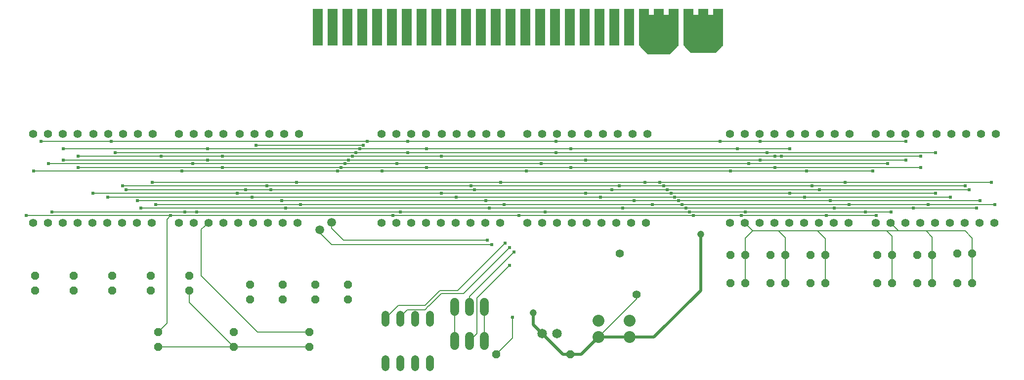
<source format=gbl>
G75*
%MOIN*%
%OFA0B0*%
%FSLAX25Y25*%
%IPPOS*%
%LPD*%
%AMOC8*
5,1,8,0,0,1.08239X$1,22.5*
%
%ADD10C,0.05600*%
%ADD11OC8,0.05200*%
%ADD12R,0.06500X0.25000*%
%ADD13C,0.05200*%
%ADD14C,0.06500*%
%ADD15C,0.08000*%
%ADD16C,0.05543*%
%ADD17C,0.06000*%
%ADD18C,0.01200*%
%ADD19C,0.02978*%
%ADD20C,0.04750*%
%ADD21C,0.02000*%
%ADD22C,0.00600*%
%ADD23C,0.02387*%
%ADD24C,0.05906*%
D10*
X0016906Y0106800D03*
X0026906Y0106800D03*
X0036906Y0106800D03*
X0046906Y0106800D03*
X0056906Y0106800D03*
X0066906Y0106800D03*
X0076906Y0106800D03*
X0086906Y0106800D03*
X0096906Y0106800D03*
X0115406Y0106800D03*
X0125406Y0106800D03*
X0135406Y0106800D03*
X0145406Y0106800D03*
X0155406Y0106800D03*
X0165406Y0106800D03*
X0175406Y0106800D03*
X0185406Y0106800D03*
X0195406Y0106800D03*
X0251906Y0106800D03*
X0261906Y0106800D03*
X0271906Y0106800D03*
X0281906Y0106800D03*
X0291906Y0106800D03*
X0301906Y0106800D03*
X0311906Y0106800D03*
X0321906Y0106800D03*
X0331906Y0106800D03*
X0350406Y0106800D03*
X0360406Y0106800D03*
X0370406Y0106800D03*
X0380406Y0106800D03*
X0390406Y0106800D03*
X0400406Y0106800D03*
X0410406Y0106800D03*
X0420406Y0106800D03*
X0430406Y0106800D03*
X0486906Y0106800D03*
X0496906Y0106800D03*
X0506906Y0106800D03*
X0516906Y0106800D03*
X0526906Y0106800D03*
X0536906Y0106800D03*
X0546906Y0106800D03*
X0556906Y0106800D03*
X0566906Y0106800D03*
X0585406Y0106800D03*
X0595406Y0106800D03*
X0605406Y0106800D03*
X0615406Y0106800D03*
X0625406Y0106800D03*
X0635406Y0106800D03*
X0645406Y0106800D03*
X0655406Y0106800D03*
X0665406Y0106800D03*
X0666194Y0166800D03*
X0656194Y0166800D03*
X0646194Y0166800D03*
X0636194Y0166800D03*
X0626194Y0166800D03*
X0615406Y0166800D03*
X0605406Y0166800D03*
X0595406Y0166800D03*
X0585406Y0166800D03*
X0567694Y0166800D03*
X0557694Y0166800D03*
X0547694Y0166800D03*
X0537694Y0166800D03*
X0527694Y0166800D03*
X0516906Y0166800D03*
X0506906Y0166800D03*
X0496906Y0166800D03*
X0486906Y0166800D03*
X0431194Y0166800D03*
X0421194Y0166800D03*
X0411194Y0166800D03*
X0401194Y0166800D03*
X0391194Y0166800D03*
X0380406Y0166800D03*
X0370406Y0166800D03*
X0360406Y0166800D03*
X0350406Y0166800D03*
X0332694Y0166800D03*
X0322694Y0166800D03*
X0312694Y0166800D03*
X0302694Y0166800D03*
X0292694Y0166800D03*
X0281906Y0166800D03*
X0271906Y0166800D03*
X0261906Y0166800D03*
X0251906Y0166800D03*
X0196194Y0166800D03*
X0186194Y0166800D03*
X0176194Y0166800D03*
X0166194Y0166800D03*
X0156194Y0166800D03*
X0145406Y0166800D03*
X0135406Y0166800D03*
X0125406Y0166800D03*
X0115406Y0166800D03*
X0097694Y0166800D03*
X0087694Y0166800D03*
X0077694Y0166800D03*
X0067694Y0166800D03*
X0057694Y0166800D03*
X0046906Y0166800D03*
X0036906Y0166800D03*
X0026906Y0166800D03*
X0016906Y0166800D03*
D11*
X0101300Y0023300D03*
X0101300Y0033300D03*
X0152300Y0033300D03*
X0152300Y0023300D03*
X0203300Y0023300D03*
X0203300Y0033300D03*
X0207300Y0055300D03*
X0185300Y0055300D03*
X0185300Y0065300D03*
X0207300Y0065300D03*
X0229300Y0065300D03*
X0229300Y0055300D03*
X0163300Y0055300D03*
X0163300Y0065300D03*
X0122300Y0061300D03*
X0096300Y0061300D03*
X0096300Y0071300D03*
X0122300Y0071300D03*
X0070300Y0071300D03*
X0070300Y0061300D03*
X0044300Y0061300D03*
X0044300Y0071300D03*
X0018300Y0071300D03*
X0018300Y0061300D03*
X0329300Y0018300D03*
X0379300Y0018300D03*
X0487300Y0066300D03*
X0497300Y0066300D03*
X0514300Y0066300D03*
X0524300Y0066300D03*
X0541300Y0066300D03*
X0551300Y0066300D03*
X0586300Y0066300D03*
X0596300Y0066300D03*
X0613300Y0066300D03*
X0623300Y0066300D03*
X0640300Y0066300D03*
X0650300Y0066300D03*
X0650300Y0086300D03*
X0640300Y0086300D03*
X0623300Y0085300D03*
X0613300Y0085300D03*
X0596300Y0085300D03*
X0586300Y0085300D03*
X0551300Y0085300D03*
X0541300Y0085300D03*
X0524300Y0085300D03*
X0514300Y0085300D03*
X0497300Y0085300D03*
X0487300Y0085300D03*
D12*
X0479050Y0238800D03*
X0469050Y0238800D03*
X0459050Y0238800D03*
X0449050Y0238800D03*
X0439050Y0238800D03*
X0429050Y0238800D03*
X0419050Y0238800D03*
X0409050Y0238800D03*
X0399050Y0238800D03*
X0389050Y0238800D03*
X0379050Y0238800D03*
X0369050Y0238800D03*
X0359050Y0238800D03*
X0349050Y0238800D03*
X0339050Y0238800D03*
X0329050Y0238800D03*
X0319050Y0238800D03*
X0309050Y0238800D03*
X0299050Y0238800D03*
X0289050Y0238800D03*
X0279050Y0238800D03*
X0269050Y0238800D03*
X0259050Y0238800D03*
X0249050Y0238800D03*
X0239050Y0238800D03*
X0229050Y0238800D03*
X0219050Y0238800D03*
X0209050Y0238800D03*
D13*
X0254500Y0044800D02*
X0254500Y0039600D01*
X0264500Y0039600D02*
X0264500Y0044800D01*
X0274500Y0044800D02*
X0274500Y0039600D01*
X0284500Y0039600D02*
X0284500Y0044800D01*
X0284500Y0014800D02*
X0284500Y0009600D01*
X0274500Y0009600D02*
X0274500Y0014800D01*
X0264500Y0014800D02*
X0264500Y0009600D01*
X0254500Y0009600D02*
X0254500Y0014800D01*
D14*
X0360300Y0032300D03*
X0370300Y0032300D03*
D15*
X0398300Y0029800D03*
X0419300Y0029800D03*
X0419300Y0040800D03*
X0398300Y0040800D03*
D16*
X0424025Y0058478D03*
X0412575Y0086122D03*
D17*
X0321300Y0053300D02*
X0321300Y0047300D01*
X0311300Y0047300D02*
X0311300Y0053300D01*
X0301300Y0053300D02*
X0301300Y0047300D01*
X0301300Y0030300D02*
X0301300Y0024300D01*
X0311300Y0024300D02*
X0311300Y0030300D01*
X0321300Y0030300D02*
X0321300Y0024300D01*
D18*
X0431800Y0221300D02*
X0426300Y0226800D01*
X0426300Y0246450D01*
X0451800Y0246450D01*
X0451800Y0226800D01*
X0446300Y0221300D01*
X0431800Y0221300D01*
X0431311Y0221789D02*
X0446789Y0221789D01*
X0447987Y0222987D02*
X0430113Y0222987D01*
X0428914Y0224186D02*
X0449186Y0224186D01*
X0450384Y0225384D02*
X0427716Y0225384D01*
X0426517Y0226583D02*
X0451583Y0226583D01*
X0451800Y0227781D02*
X0426300Y0227781D01*
X0426300Y0228980D02*
X0451800Y0228980D01*
X0451800Y0230178D02*
X0426300Y0230178D01*
X0426300Y0231377D02*
X0451800Y0231377D01*
X0451800Y0232575D02*
X0426300Y0232575D01*
X0426300Y0233774D02*
X0451800Y0233774D01*
X0451800Y0234972D02*
X0426300Y0234972D01*
X0426300Y0236171D02*
X0451800Y0236171D01*
X0451800Y0237370D02*
X0426300Y0237370D01*
X0426300Y0238568D02*
X0451800Y0238568D01*
X0451800Y0239767D02*
X0426300Y0239767D01*
X0426300Y0240965D02*
X0451800Y0240965D01*
X0451800Y0242164D02*
X0426300Y0242164D01*
X0426300Y0243362D02*
X0451800Y0243362D01*
X0451800Y0244561D02*
X0426300Y0244561D01*
X0426300Y0245759D02*
X0451800Y0245759D01*
X0456300Y0245759D02*
X0481800Y0245759D01*
X0481800Y0246450D02*
X0481800Y0226800D01*
X0477300Y0222300D01*
X0460800Y0222300D01*
X0456300Y0226800D01*
X0456300Y0246450D01*
X0481800Y0246450D01*
X0481800Y0244561D02*
X0456300Y0244561D01*
X0456300Y0243362D02*
X0481800Y0243362D01*
X0481800Y0242164D02*
X0456300Y0242164D01*
X0456300Y0240965D02*
X0481800Y0240965D01*
X0481800Y0239767D02*
X0456300Y0239767D01*
X0456300Y0238568D02*
X0481800Y0238568D01*
X0481800Y0237370D02*
X0456300Y0237370D01*
X0456300Y0236171D02*
X0481800Y0236171D01*
X0481800Y0234972D02*
X0456300Y0234972D01*
X0456300Y0233774D02*
X0481800Y0233774D01*
X0481800Y0232575D02*
X0456300Y0232575D01*
X0456300Y0231377D02*
X0481800Y0231377D01*
X0481800Y0230178D02*
X0456300Y0230178D01*
X0456300Y0228980D02*
X0481800Y0228980D01*
X0481800Y0227781D02*
X0456300Y0227781D01*
X0456517Y0226583D02*
X0481583Y0226583D01*
X0480384Y0225384D02*
X0457716Y0225384D01*
X0458914Y0224186D02*
X0479186Y0224186D01*
X0477987Y0222987D02*
X0460113Y0222987D01*
D19*
X0469300Y0223300D03*
X0438800Y0222300D03*
D20*
X0467300Y0099300D03*
X0354300Y0046300D03*
D21*
X0354300Y0038300D01*
X0360300Y0032300D01*
X0374300Y0018300D01*
X0379300Y0018300D01*
X0386800Y0018300D01*
X0398300Y0029800D01*
X0419300Y0029800D01*
X0435800Y0029800D01*
X0467300Y0061300D01*
X0467300Y0099300D01*
D22*
X0497298Y0096392D02*
X0497300Y0085300D01*
X0497300Y0066300D01*
X0524300Y0066300D02*
X0524300Y0085300D01*
X0524300Y0096800D01*
X0519700Y0101400D01*
X0502306Y0101400D01*
X0497298Y0096392D01*
X0502306Y0101400D02*
X0496906Y0106800D01*
X0494800Y0111800D02*
X0552000Y0111800D01*
X0585800Y0111800D01*
X0578400Y0114300D02*
X0595800Y0114300D01*
X0610800Y0116800D02*
X0653300Y0116800D01*
X0655800Y0121800D02*
X0554800Y0121800D01*
X0452300Y0121800D01*
X0422300Y0121800D01*
X0322300Y0121800D01*
X0184800Y0121800D01*
X0087300Y0121800D01*
X0089800Y0116800D02*
X0187300Y0116800D01*
X0324800Y0116800D01*
X0414800Y0116800D01*
X0457300Y0116800D01*
X0557300Y0116800D01*
X0610800Y0116800D01*
X0620700Y0119300D02*
X0665800Y0119300D01*
X0648300Y0129300D02*
X0547300Y0129300D01*
X0444800Y0129300D01*
X0407300Y0129300D01*
X0314800Y0129300D01*
X0177300Y0129300D01*
X0160300Y0129300D01*
X0079800Y0129300D01*
X0077300Y0131800D02*
X0174800Y0131800D01*
X0312300Y0131800D01*
X0412300Y0131800D01*
X0442300Y0131800D01*
X0542300Y0131800D01*
X0645800Y0131800D01*
X0635800Y0124300D02*
X0537300Y0124300D01*
X0449800Y0124300D01*
X0399800Y0124300D01*
X0302300Y0124300D01*
X0164800Y0124300D01*
X0067300Y0124300D01*
X0057300Y0126800D02*
X0154800Y0126800D01*
X0292300Y0126800D01*
X0389800Y0126800D01*
X0447300Y0126800D01*
X0527300Y0126800D01*
X0625800Y0126800D01*
X0620700Y0119300D02*
X0567300Y0119300D01*
X0454800Y0119300D01*
X0434800Y0119300D01*
X0334800Y0119300D01*
X0197300Y0119300D01*
X0099800Y0119300D01*
X0107300Y0109300D02*
X0109800Y0111800D01*
X0012300Y0111800D01*
X0029800Y0114300D02*
X0119394Y0114300D01*
X0127300Y0114300D01*
X0264800Y0114300D01*
X0362300Y0114300D01*
X0459800Y0114300D01*
X0497300Y0114300D01*
X0578400Y0114300D01*
X0595406Y0106800D02*
X0600806Y0101400D01*
X0592800Y0101400D01*
X0596300Y0097900D01*
X0596300Y0085300D01*
X0596300Y0066300D01*
X0623300Y0066300D02*
X0623300Y0085300D01*
X0623300Y0097300D01*
X0619200Y0101400D01*
X0600806Y0101400D01*
X0592800Y0101400D02*
X0546100Y0101400D01*
X0551300Y0096200D01*
X0551300Y0085300D01*
X0551300Y0066300D01*
X0546100Y0101400D02*
X0519700Y0101400D01*
X0494800Y0111800D02*
X0462300Y0111800D01*
X0344800Y0111800D01*
X0259800Y0111800D01*
X0109800Y0111800D01*
X0107300Y0109300D02*
X0107300Y0039300D01*
X0101300Y0033300D01*
X0101300Y0023300D02*
X0152300Y0023300D01*
X0122300Y0053300D01*
X0122300Y0061300D01*
X0130300Y0071300D02*
X0168300Y0033300D01*
X0203300Y0033300D01*
X0203300Y0023300D02*
X0152300Y0023300D01*
X0254300Y0042200D02*
X0263400Y0051300D01*
X0281300Y0051300D01*
X0291300Y0061300D01*
X0303300Y0061300D01*
X0335300Y0093300D01*
X0338300Y0090300D02*
X0307300Y0059300D01*
X0292300Y0059300D01*
X0283925Y0050925D01*
X0283800Y0050800D01*
X0281300Y0048300D01*
X0269300Y0048300D01*
X0264500Y0043500D01*
X0264500Y0042200D01*
X0254500Y0042200D02*
X0254300Y0042200D01*
X0301300Y0050300D02*
X0301300Y0027300D01*
X0311300Y0027300D02*
X0316300Y0032300D01*
X0316300Y0056300D01*
X0338300Y0078300D01*
X0341300Y0087300D02*
X0311300Y0057300D01*
X0311300Y0050300D01*
X0321300Y0050300D02*
X0321300Y0027300D01*
X0329300Y0018300D02*
X0340300Y0029300D01*
X0340300Y0043300D01*
X0339300Y0043300D01*
X0398300Y0029800D02*
X0424025Y0055525D01*
X0424025Y0058478D01*
X0326356Y0092351D02*
X0325407Y0092300D01*
X0218300Y0092300D01*
X0210300Y0100300D01*
X0210300Y0102300D01*
X0218300Y0103300D02*
X0218300Y0107300D01*
X0218300Y0103300D02*
X0226300Y0095300D01*
X0323300Y0095300D01*
X0332300Y0134300D02*
X0194800Y0134300D01*
X0097300Y0134300D01*
X0117300Y0141800D02*
X0017300Y0141800D01*
X0027300Y0146800D02*
X0124800Y0146800D01*
X0227300Y0146800D01*
X0262300Y0146800D01*
X0359800Y0146800D01*
X0499800Y0146800D01*
X0593300Y0146800D01*
X0583300Y0141800D02*
X0538500Y0141800D01*
X0487300Y0141800D01*
X0349800Y0141800D01*
X0252300Y0141800D01*
X0222300Y0141800D01*
X0117300Y0141800D01*
X0134800Y0149300D02*
X0037300Y0149300D01*
X0047300Y0151800D02*
X0103300Y0151800D01*
X0144800Y0151800D01*
X0232300Y0151800D01*
X0292300Y0151800D01*
X0517300Y0151800D01*
X0521700Y0151800D01*
X0615800Y0151800D01*
X0625800Y0154300D02*
X0512100Y0154300D01*
X0369800Y0154300D01*
X0269800Y0154300D01*
X0234800Y0154300D01*
X0072300Y0154300D01*
X0069800Y0161800D02*
X0022300Y0161800D01*
X0037300Y0156800D02*
X0134800Y0156800D01*
X0237300Y0156800D01*
X0282300Y0156800D01*
X0379800Y0156800D01*
X0492000Y0156800D01*
X0527300Y0156800D01*
X0507300Y0161800D02*
X0605800Y0161800D01*
X0605800Y0149300D02*
X0507300Y0149300D01*
X0389800Y0149300D01*
X0229800Y0149300D01*
X0134800Y0149300D01*
X0144800Y0144300D02*
X0047300Y0144300D01*
X0069800Y0161800D02*
X0242300Y0161800D01*
X0269800Y0161800D01*
X0369800Y0161800D01*
X0480300Y0161800D01*
X0507300Y0161800D01*
X0517300Y0144300D02*
X0615800Y0144300D01*
X0663300Y0134300D02*
X0564800Y0134300D01*
X0439800Y0134300D01*
X0429800Y0134300D01*
X0332300Y0134300D01*
X0379800Y0144300D02*
X0282300Y0144300D01*
X0224800Y0144300D01*
X0144800Y0144300D01*
X0167300Y0159300D02*
X0239800Y0159300D01*
X0379800Y0144300D02*
X0517300Y0144300D01*
X0619200Y0101400D02*
X0645600Y0101400D01*
X0650300Y0096700D01*
X0650300Y0086300D01*
X0650300Y0066300D01*
X0135406Y0106800D02*
X0130300Y0102694D01*
X0130300Y0071300D01*
D23*
X0109800Y0111800D03*
X0119394Y0114300D03*
X0127300Y0114300D03*
X0099800Y0119300D03*
X0089800Y0116800D03*
X0087300Y0121800D03*
X0079800Y0129300D03*
X0077300Y0131800D03*
X0067300Y0124300D03*
X0057300Y0126800D03*
X0029800Y0114300D03*
X0012300Y0111800D03*
X0017300Y0141800D03*
X0027300Y0146800D03*
X0037300Y0149300D03*
X0047300Y0151800D03*
X0037300Y0156800D03*
X0022300Y0161800D03*
X0047300Y0144300D03*
X0072300Y0154300D03*
X0069800Y0161800D03*
X0103300Y0151800D03*
X0124800Y0146800D03*
X0134800Y0149300D03*
X0144800Y0151800D03*
X0134800Y0156800D03*
X0144800Y0144300D03*
X0117300Y0141800D03*
X0097300Y0134300D03*
X0154800Y0126800D03*
X0160300Y0129300D03*
X0164800Y0124300D03*
X0177300Y0129300D03*
X0174800Y0131800D03*
X0194800Y0134300D03*
X0222300Y0141800D03*
X0224800Y0144300D03*
X0227300Y0146800D03*
X0229800Y0149300D03*
X0232300Y0151800D03*
X0234800Y0154300D03*
X0237300Y0156800D03*
X0239800Y0159300D03*
X0242300Y0161800D03*
X0269800Y0161800D03*
X0282300Y0156800D03*
X0292300Y0151800D03*
X0282300Y0144300D03*
X0262300Y0146800D03*
X0252300Y0141800D03*
X0269800Y0154300D03*
X0312300Y0131800D03*
X0314800Y0129300D03*
X0302300Y0124300D03*
X0292300Y0126800D03*
X0264800Y0114300D03*
X0259800Y0111800D03*
X0322300Y0121800D03*
X0324800Y0116800D03*
X0334800Y0119300D03*
X0344800Y0111800D03*
X0362300Y0114300D03*
X0389800Y0126800D03*
X0399800Y0124300D03*
X0407300Y0129300D03*
X0412300Y0131800D03*
X0429800Y0134300D03*
X0439800Y0134300D03*
X0442300Y0131800D03*
X0444800Y0129300D03*
X0447300Y0126800D03*
X0449800Y0124300D03*
X0452300Y0121800D03*
X0454800Y0119300D03*
X0457300Y0116800D03*
X0459800Y0114300D03*
X0462300Y0111800D03*
X0434800Y0119300D03*
X0422300Y0121800D03*
X0414800Y0116800D03*
X0349800Y0141800D03*
X0359800Y0146800D03*
X0369800Y0154300D03*
X0379800Y0156800D03*
X0369800Y0161800D03*
X0389800Y0149300D03*
X0379800Y0144300D03*
X0332300Y0134300D03*
X0323300Y0095300D03*
X0326356Y0092351D03*
X0335300Y0093300D03*
X0338300Y0090300D03*
X0341300Y0087300D03*
X0338300Y0078300D03*
X0340300Y0043300D03*
X0494800Y0111800D03*
X0497300Y0114300D03*
X0527300Y0126800D03*
X0537300Y0124300D03*
X0547300Y0129300D03*
X0542300Y0131800D03*
X0564800Y0134300D03*
X0583300Y0141800D03*
X0593300Y0146800D03*
X0605800Y0149300D03*
X0615800Y0151800D03*
X0625800Y0154300D03*
X0605800Y0161800D03*
X0615800Y0144300D03*
X0645800Y0131800D03*
X0648300Y0129300D03*
X0635800Y0124300D03*
X0625800Y0126800D03*
X0620700Y0119300D03*
X0610800Y0116800D03*
X0595800Y0114300D03*
X0585800Y0111800D03*
X0578400Y0114300D03*
X0567300Y0119300D03*
X0557300Y0116800D03*
X0554800Y0121800D03*
X0552000Y0111800D03*
X0538500Y0141800D03*
X0517300Y0144300D03*
X0507300Y0149300D03*
X0499800Y0146800D03*
X0487300Y0141800D03*
X0517300Y0151800D03*
X0521700Y0151800D03*
X0512100Y0154300D03*
X0527300Y0156800D03*
X0507300Y0161800D03*
X0492000Y0156800D03*
X0480300Y0161800D03*
X0653300Y0116800D03*
X0655800Y0121800D03*
X0665800Y0119300D03*
X0663300Y0134300D03*
X0197300Y0119300D03*
X0187300Y0116800D03*
X0184800Y0121800D03*
X0167300Y0159300D03*
D24*
X0218300Y0107300D03*
X0210300Y0102300D03*
M02*

</source>
